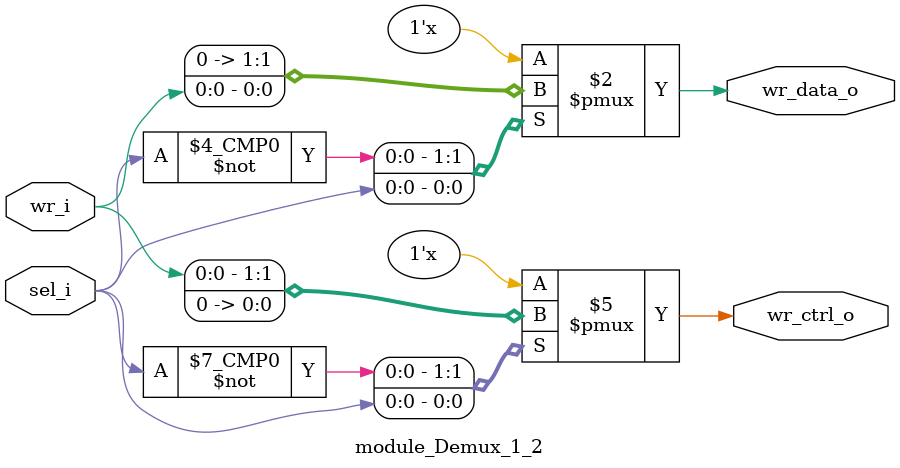
<source format=sv>
module module_Demux_1_2 (
    input logic  wr_i,       // Señal de habilitar escritura
    input logic  sel_i,      // Selector de registro
    output logic wr_ctrl_o,  // Write enable de registro control
    output logic wr_data_o   // Write enable de registro datos
);

always_comb begin
    case (sel_i)
        1'b0: begin            // Si selector = 0...
            wr_ctrl_o = wr_i;  // Escribir en registro de control
            wr_data_o = 0;
        end
        1'b1: begin            // Si selector = 1...
            wr_ctrl_o = 0;
            wr_data_o = wr_i;  // Escribir en registro de datos
        end
    endcase
end

endmodule
</source>
